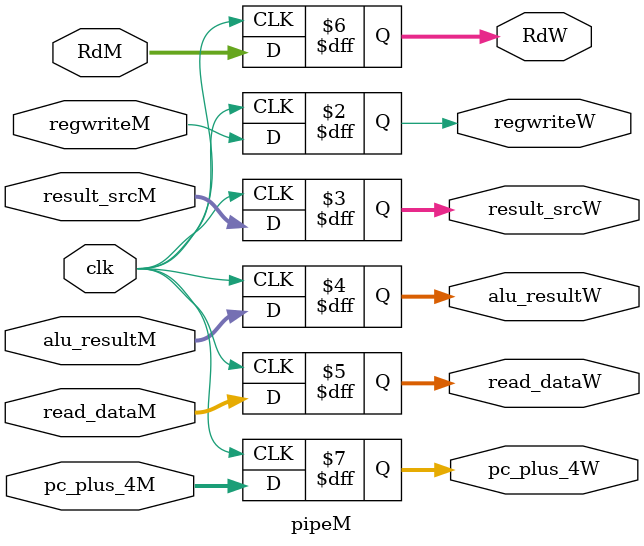
<source format=sv>
module pipeF(
 input  logic [31:0] instructionF,
 input  logic [31:0] pcF,
 input  logic [31:0] pc_plus_4F,
 input  logic        en,
 input  logic        clk,
 input  logic        clr,
 output logic [31:0] instruction_outD,
 output logic [31:0] pc_outD,
 output logic [31:0] pc_plus_4D
);
always_ff @(posedge clk ) begin
    if (clr) begin
        instruction_outD <= 32'b0;
        pc_outD <= 32'b0;
        pc_plus_4D <= 32'b0;
    end else if (en) begin
        instruction_outD <= instructionF;
        pc_outD <= pcF;
        pc_plus_4D <= pc_plus_4F;
    end
end
endmodule
/////////////////////////
module pipeD(
input logic [31:0] RD1D,
input logic [31:0] RD2D,
input logic [31:0] immD,
input logic [31:0] pcD,
input logic [4:0] rs1D,
input logic [4:0] rs2D,
input logic [4:0] rdD,
input logic [31:0] pc_plus_4D,
input logic        regwriteD,
input logic [1:0] result_srcD,
input logic        memwriteD,
input logic        alusrcD,
input logic        branchD,
input logic        jumpD,
input logic [3:0] alu_controlD,
input logic        clk, 
input logic        clr,
output logic [31:0] RD1E,
output logic [31:0] RD2E,
output logic [31:0] immE,
output logic [31:0] pcE,
output logic [4:0] rs1E,
output logic [4:0] rs2E,
output logic [4:0] rdE,
output logic [31:0] pc_plus_4E,
output logic        regwriteE,
output logic [1:0] result_srcE,
output logic        memwriteE,
output logic        alusrcE,
output logic        branchE,
output logic        jumpE,
output logic [3:0] alu_controlE


);
always_ff @(posedge clk ) begin
    if (clr) begin
        RD1E <= 32'b0;
        RD2E <= 32'b0;
        immE <= 32'b0;
        pcE <= 32'b0;
        rs1E <= 5'b0;
        rs2E <= 5'b0;
        rdE <= 5'b0;
        pc_plus_4E <= 32'b0;
        regwriteE <= 1'b0;
        result_srcE <= 2'b00;
        memwriteE <= 1'b0;
        alusrcE <= 1'b0;
        branchE <= 1'b0;
        jumpE <= 1'b0;
        alu_controlE <= 4'b0000;
       
    end else begin
        RD1E <= RD1D;
        RD2E <= RD2D;
        immE <= immD;
        pcE <= pcD;
        rs1E <= rs1D;
        rs2E <= rs2D;
        rdE <= rdD;
        pc_plus_4E <= pc_plus_4D;
        regwriteE <= regwriteD;
        result_srcE <= result_srcD;
        memwriteE <= memwriteD;
        alusrcE <= alusrcD;
        branchE <= branchD;
        jumpE <= jumpD;
        alu_controlE <= alu_controlD;
        
    end
end
endmodule
/////////////////////////
module pipeE(
    input logic      regwriteE,
    input logic [1:0] result_srcE,
    input logic      memwriteE,
    input logic [31:0] alu_resultE,
    input logic [31:0] write_dataE  ,
    input logic [31:0] pc_plus_4E,
    input logic [4:0] RdE,
    input logic        clk,
    output logic      regwriteM,
    output logic [1:0] result_srcM,
    output logic      memwriteM,
    output logic [31:0] alu_resultM,
    output logic [31:0] write_dataM  ,
    output logic [31:0] pc_plus_4M,
    output logic [4:0] RdM

);
always_ff @(posedge clk) begin
    regwriteM <= regwriteE;
    result_srcM <= result_srcE;
    memwriteM <= memwriteE;
    alu_resultM <= alu_resultE;
    write_dataM <= write_dataE;
    pc_plus_4M <= pc_plus_4E;
    RdM <= RdE;
end

endmodule
/////////////////////////
module pipeM(
 input logic      regwriteM,
 input logic [1:0] result_srcM,
 input logic [31:0] alu_resultM,
 input logic [31:0] read_dataM,
 input logic [4:0] RdM,
 input logic [31:0] pc_plus_4M,
 input logic        clk,
 output logic      regwriteW,
 output logic [1:0] result_srcW,
 output logic [31:0] alu_resultW,
 output logic [31:0] read_dataW,
 output logic [4:0] RdW,
 output logic [31:0] pc_plus_4W

);
always_ff @(posedge clk) begin
    regwriteW <= regwriteM;
    result_srcW <= result_srcM;
    alu_resultW <= alu_resultM;
    read_dataW <= read_dataM;
    RdW <= RdM;
    pc_plus_4W <= pc_plus_4M;
end
endmodule
</source>
